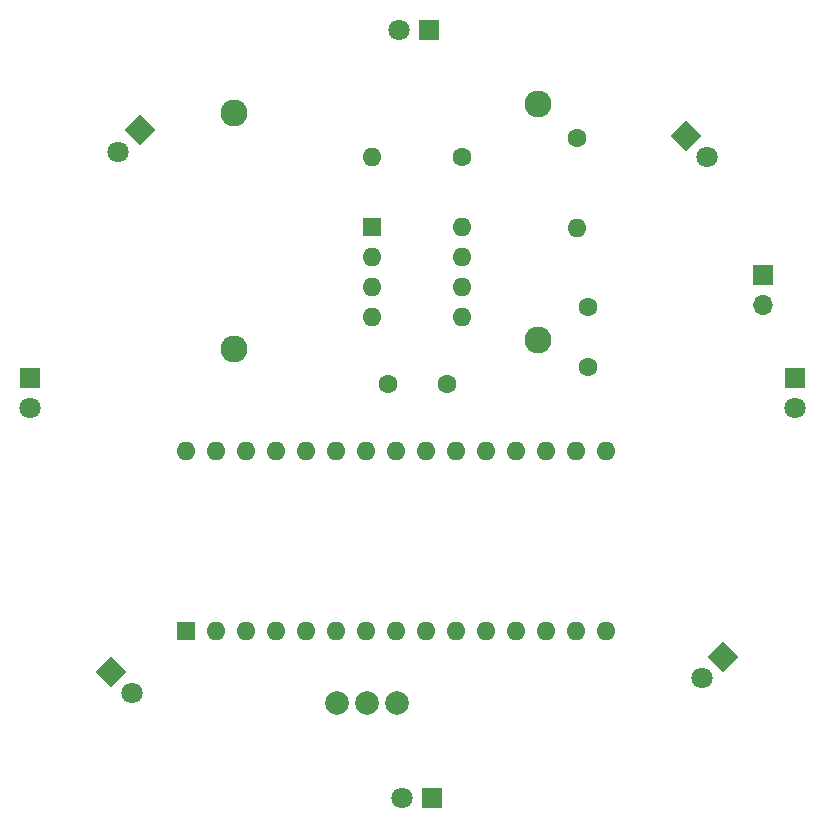
<source format=gbr>
%TF.GenerationSoftware,KiCad,Pcbnew,8.0.5*%
%TF.CreationDate,2024-12-03T21:08:25+09:00*%
%TF.ProjectId,IR_con,49525f63-6f6e-42e6-9b69-6361645f7063,rev?*%
%TF.SameCoordinates,Original*%
%TF.FileFunction,Soldermask,Top*%
%TF.FilePolarity,Negative*%
%FSLAX46Y46*%
G04 Gerber Fmt 4.6, Leading zero omitted, Abs format (unit mm)*
G04 Created by KiCad (PCBNEW 8.0.5) date 2024-12-03 21:08:25*
%MOMM*%
%LPD*%
G01*
G04 APERTURE LIST*
G04 Aperture macros list*
%AMRotRect*
0 Rectangle, with rotation*
0 The origin of the aperture is its center*
0 $1 length*
0 $2 width*
0 $3 Rotation angle, in degrees counterclockwise*
0 Add horizontal line*
21,1,$1,$2,0,0,$3*%
G04 Aperture macros list end*
%ADD10C,2.286000*%
%ADD11R,1.600000X1.600000*%
%ADD12O,1.600000X1.600000*%
%ADD13R,1.700000X1.700000*%
%ADD14O,1.700000X1.700000*%
%ADD15C,1.600000*%
%ADD16C,2.000000*%
%ADD17C,1.800000*%
%ADD18RotRect,1.800000X1.800000X315.000000*%
%ADD19R,1.800000X1.800000*%
%ADD20RotRect,1.800000X1.800000X225.000000*%
G04 APERTURE END LIST*
D10*
%TO.C,J2*%
X147500000Y-56250000D03*
X147500000Y-76250000D03*
%TD*%
%TO.C,J1*%
X121750000Y-57000000D03*
X121750000Y-77000000D03*
%TD*%
D11*
%TO.C,U1*%
X133450000Y-66700000D03*
D12*
X133450000Y-69240000D03*
X133450000Y-71780000D03*
X133450000Y-74320000D03*
X141070000Y-74320000D03*
X141070000Y-71780000D03*
X141070000Y-69240000D03*
X141070000Y-66700000D03*
%TD*%
D13*
%TO.C,SW1*%
X166500000Y-70710000D03*
D14*
X166500000Y-73250000D03*
%TD*%
D15*
%TO.C,R2*%
X150750000Y-59190000D03*
D12*
X150750000Y-66810000D03*
%TD*%
D15*
%TO.C,R1*%
X141060000Y-60750000D03*
D12*
X133440000Y-60750000D03*
%TD*%
D16*
%TO.C,Q2*%
X135540000Y-107000000D03*
X133000000Y-107000000D03*
X130460000Y-107000000D03*
%TD*%
D17*
%TO.C,D8*%
X113144490Y-106144490D03*
D18*
X111348439Y-104348439D03*
%TD*%
D19*
%TO.C,D7*%
X104500000Y-79475000D03*
D17*
X104500000Y-82015000D03*
%TD*%
D19*
%TO.C,D6*%
X138275000Y-50000000D03*
D17*
X135735000Y-50000000D03*
%TD*%
D20*
%TO.C,D5*%
X113750000Y-58500000D03*
D17*
X111953949Y-60296051D03*
%TD*%
D18*
%TO.C,D4*%
X160000000Y-59000000D03*
D17*
X161796051Y-60796051D03*
%TD*%
D20*
%TO.C,D3*%
X163151562Y-103098439D03*
D17*
X161355511Y-104894490D03*
%TD*%
D19*
%TO.C,D2*%
X138540000Y-115000000D03*
D17*
X136000000Y-115000000D03*
%TD*%
D19*
%TO.C,D1*%
X169250000Y-79475000D03*
D17*
X169250000Y-82015000D03*
%TD*%
D15*
%TO.C,C2*%
X151750000Y-73500000D03*
X151750000Y-78500000D03*
%TD*%
%TO.C,C1*%
X139750000Y-80000000D03*
X134750000Y-80000000D03*
%TD*%
D11*
%TO.C,A1*%
X117700000Y-100860000D03*
D12*
X120240000Y-100860000D03*
X122780000Y-100860000D03*
X125320000Y-100860000D03*
X127860000Y-100860000D03*
X130400000Y-100860000D03*
X132940000Y-100860000D03*
X135480000Y-100860000D03*
X138020000Y-100860000D03*
X140560000Y-100860000D03*
X143100000Y-100860000D03*
X145640000Y-100860000D03*
X148180000Y-100860000D03*
X150720000Y-100860000D03*
X153260000Y-100860000D03*
X153260000Y-85620000D03*
X150720000Y-85620000D03*
X148180000Y-85620000D03*
X145640000Y-85620000D03*
X143100000Y-85620000D03*
X140560000Y-85620000D03*
X138020000Y-85620000D03*
X135480000Y-85620000D03*
X132940000Y-85620000D03*
X130400000Y-85620000D03*
X127860000Y-85620000D03*
X125320000Y-85620000D03*
X122780000Y-85620000D03*
X120240000Y-85620000D03*
X117700000Y-85620000D03*
%TD*%
M02*

</source>
